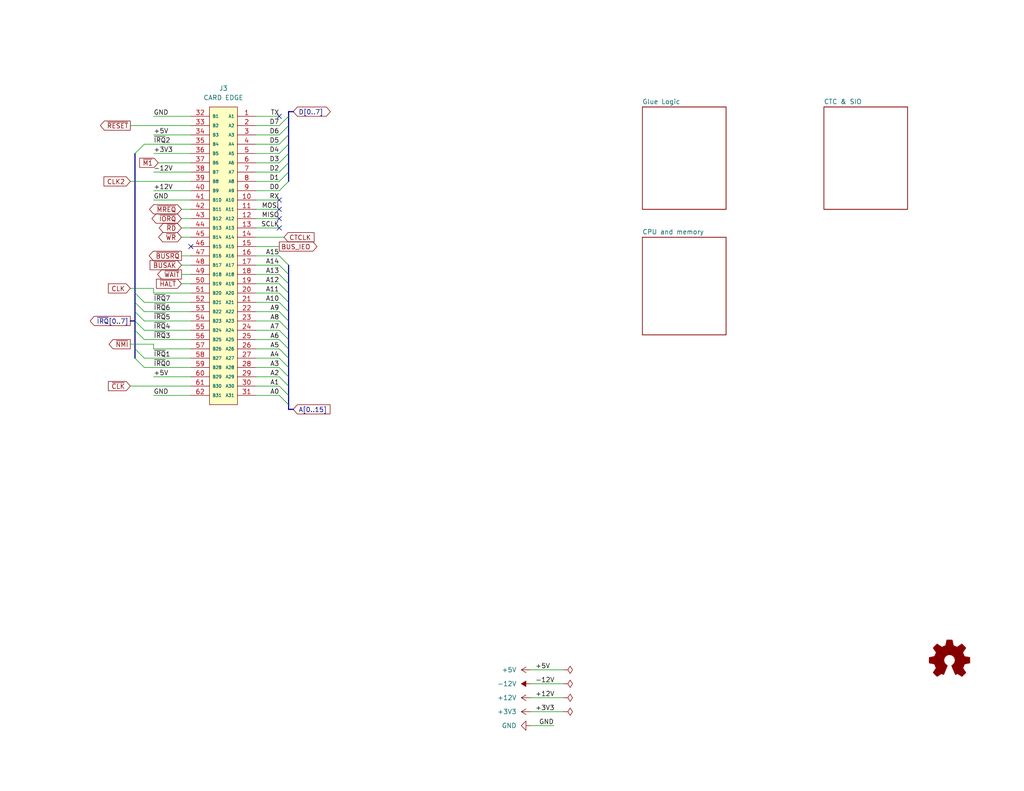
<source format=kicad_sch>
(kicad_sch (version 20230121) (generator eeschema)
  (paper "USLetter")
  (title_block (title "CPU with core components card") (date "2023-09-20") (rev "3") (company "Frédéric Segard, aka Micro Hobbyist") (comment 1 "youtune.com/@microhobbyist") (comment 2 "github.com/fredericsegard") (comment 4 "I want to thank John Winans, Grant Searle and Sergey Kiselev for inspiring me."))
  (lib_symbols
    (symbol "0_Library:ISA_CARD_CONNECTOR_8BIT" (pin_names (offset 0.762))
      (property "Reference" "J" (at 0 3.81 0))
      (property "Value" "ISA" (at 0 1.27 0))
      (symbol "ISA_CARD_CONNECTOR_8BIT_0_0"
        (pin passive line (at 8.89 -2.54 180) (length 5.08) (name "A1") (number "1"))
        (pin passive line (at 8.89 -25.4 180) (length 5.08) (name "A10") (number "10"))
        (pin passive line (at 8.89 -27.94 180) (length 5.08) (name "A11") (number "11"))
        (pin passive line (at 8.89 -30.48 180) (length 5.08) (name "A12") (number "12"))
        (pin passive line (at 8.89 -33.02 180) (length 5.08) (name "A13") (number "13"))
        (pin passive line (at 8.89 -35.56 180) (length 5.08) (name "A14") (number "14"))
        (pin passive line (at 8.89 -38.1 180) (length 5.08) (name "A15") (number "15"))
        (pin passive line (at 8.89 -40.64 180) (length 5.08) (name "A16") (number "16"))
        (pin passive line (at 8.89 -43.18 180) (length 5.08) (name "A17") (number "17"))
        (pin passive line (at 8.89 -45.72 180) (length 5.08) (name "A18") (number "18"))
        (pin passive line (at 8.89 -48.26 180) (length 5.08) (name "A19") (number "19"))
        (pin passive line (at 8.89 -5.08 180) (length 5.08) (name "A2") (number "2"))
        (pin passive line (at 8.89 -50.8 180) (length 5.08) (name "A20") (number "20"))
        (pin passive line (at 8.89 -53.34 180) (length 5.08) (name "A21") (number "21"))
        (pin passive line (at 8.89 -55.88 180) (length 5.08) (name "A22") (number "22"))
        (pin passive line (at 8.89 -58.42 180) (length 5.08) (name "A23") (number "23"))
        (pin passive line (at 8.89 -60.96 180) (length 5.08) (name "A24") (number "24"))
        (pin passive line (at 8.89 -63.5 180) (length 5.08) (name "A25") (number "25"))
        (pin passive line (at 8.89 -66.04 180) (length 5.08) (name "A26") (number "26"))
        (pin passive line (at 8.89 -68.58 180) (length 5.08) (name "A27") (number "27"))
        (pin passive line (at 8.89 -71.12 180) (length 5.08) (name "A28") (number "28"))
        (pin passive line (at 8.89 -73.66 180) (length 5.08) (name "A29") (number "29"))
        (pin passive line (at 8.89 -7.62 180) (length 5.08) (name "A3") (number "3"))
        (pin passive line (at 8.89 -76.2 180) (length 5.08) (name "A30") (number "30"))
        (pin passive line (at 8.89 -78.74 180) (length 5.08) (name "A31") (number "31"))
        (pin passive line (at -8.89 -2.54 0) (length 5.08) (name "B1") (number "32"))
        (pin passive line (at -8.89 -5.08 0) (length 5.08) (name "B2") (number "33"))
        (pin passive line (at -8.89 -7.62 0) (length 5.08) (name "B3") (number "34"))
        (pin passive line (at -8.89 -10.16 0) (length 5.08) (name "B4") (number "35"))
        (pin passive line (at -8.89 -12.7 0) (length 5.08) (name "B5") (number "36"))
        (pin passive line (at -8.89 -15.24 0) (length 5.08) (name "B6") (number "37"))
        (pin passive line (at -8.89 -17.78 0) (length 5.08) (name "B7") (number "38"))
        (pin passive line (at -8.89 -20.32 0) (length 5.08) (name "B8") (number "39"))
        (pin passive line (at 8.89 -10.16 180) (length 5.08) (name "A4") (number "4"))
        (pin passive line (at -8.89 -22.86 0) (length 5.08) (name "B9") (number "40"))
        (pin passive line (at -8.89 -25.4 0) (length 5.08) (name "B10") (number "41"))
        (pin passive line (at -8.89 -27.94 0) (length 5.08) (name "B11") (number "42"))
        (pin passive line (at -8.89 -30.48 0) (length 5.08) (name "B12") (number "43"))
        (pin passive line (at -8.89 -33.02 0) (length 5.08) (name "B13") (number "44"))
        (pin passive line (at -8.89 -35.56 0) (length 5.08) (name "B14") (number "45"))
        (pin passive line (at -8.89 -38.1 0) (length 5.08) (name "B15") (number "46"))
        (pin passive line (at -8.89 -40.64 0) (length 5.08) (name "B16") (number "47"))
        (pin passive line (at -8.89 -43.18 0) (length 5.08) (name "B17") (number "48"))
        (pin passive line (at -8.89 -45.72 0) (length 5.08) (name "B18") (number "49"))
        (pin passive line (at 8.89 -12.7 180) (length 5.08) (name "A5") (number "5"))
        (pin passive line (at -8.89 -48.26 0) (length 5.08) (name "B19") (number "50"))
        (pin passive line (at -8.89 -50.8 0) (length 5.08) (name "B20") (number "51"))
        (pin passive line (at -8.89 -53.34 0) (length 5.08) (name "B21") (number "52"))
        (pin passive line (at -8.89 -55.88 0) (length 5.08) (name "B22") (number "53"))
        (pin passive line (at -8.89 -58.42 0) (length 5.08) (name "B23") (number "54"))
        (pin passive line (at -8.89 -60.96 0) (length 5.08) (name "B24") (number "55"))
        (pin passive line (at -8.89 -63.5 0) (length 5.08) (name "B25") (number "56"))
        (pin passive line (at -8.89 -66.04 0) (length 5.08) (name "B26") (number "57"))
        (pin passive line (at -8.89 -68.58 0) (length 5.08) (name "B27") (number "58"))
        (pin passive line (at -8.89 -71.12 0) (length 5.08) (name "B28") (number "59"))
        (pin passive line (at 8.89 -15.24 180) (length 5.08) (name "A6") (number "6"))
        (pin passive line (at -8.89 -73.66 0) (length 5.08) (name "B29") (number "60"))
        (pin passive line (at -8.89 -76.2 0) (length 5.08) (name "B30") (number "61"))
        (pin passive line (at -8.89 -78.74 0) (length 5.08) (name "B31") (number "62"))
        (pin passive line (at 8.89 -17.78 180) (length 5.08) (name "A7") (number "7"))
        (pin passive line (at 8.89 -20.32 180) (length 5.08) (name "A8") (number "8"))
        (pin passive line (at 8.89 -22.86 180) (length 5.08) (name "A9") (number "9"))
      )
      (symbol "ISA_CARD_CONNECTOR_8BIT_0_1"
        (rectangle (start -3.81 0) (end 3.81 -81.28) (fill (type background)))
      )
    )
    (symbol "Graphic:Logo_Open_Hardware_Small" (in_bom no) (on_board no)
      (symbol "Logo_Open_Hardware_Small_0_1"
        (polyline (pts (xy 3.3528 -4.3434) (xy 3.302 -4.318) (xy 3.175 -4.2418) (xy 2.9972 -4.1148) (xy 2.7686 -3.9624) (xy 2.54 -3.81) (xy 2.3622 -3.7084) (xy 2.2352 -3.6068) (xy 2.1844 -3.5814) (xy 2.159 -3.6068) (xy 2.0574 -3.6576) (xy 1.905 -3.7338) (xy 1.8034 -3.7846) (xy 1.6764 -3.8354) (xy 1.6002 -3.8354) (xy 1.6002 -3.8354) (xy 1.5494 -3.7338) (xy 1.4732 -3.5306) (xy 1.3462 -3.302) (xy 1.2446 -3.0226) (xy 1.1176 -2.7178) (xy 0.9652 -2.413) (xy 0.8636 -2.1082) (xy 0.7366 -1.8288) (xy 0.6604 -1.6256) (xy 0.6096 -1.4732) (xy 0.5842 -1.397) (xy 0.5842 -1.397) (xy 0.6604 -1.3208) (xy 0.7874 -1.2446) (xy 1.0414 -1.016) (xy 1.2954 -0.6858) (xy 1.4478 -0.3302) (xy 1.524 0.0762) (xy 1.4732 0.4572) (xy 1.3208 0.8128) (xy 1.0668 1.143) (xy 0.762 1.3716) (xy 0.4064 1.524) (xy 0 1.5748) (xy -0.381 1.5494) (xy -0.7366 1.397) (xy -1.0668 1.143) (xy -1.2192 0.9906) (xy -1.397 0.6604) (xy -1.524 0.3048) (xy -1.524 0.2286) (xy -1.4986 -0.1778) (xy -1.397 -0.5334) (xy -1.1938 -0.8636) (xy -0.9144 -1.143) (xy -0.8636 -1.1684) (xy -0.7366 -1.27) (xy -0.635 -1.3462) (xy -0.5842 -1.397) (xy -1.0668 -2.5908) (xy -1.143 -2.794) (xy -1.2954 -3.1242) (xy -1.397 -3.4036) (xy -1.4986 -3.6322) (xy -1.5748 -3.7846) (xy -1.6002 -3.8354) (xy -1.6002 -3.8354) (xy -1.651 -3.8354) (xy -1.7272 -3.81) (xy -1.905 -3.7338) (xy -2.0066 -3.683) (xy -2.1336 -3.6068) (xy -2.2098 -3.5814) (xy -2.2606 -3.6068) (xy -2.3622 -3.683) (xy -2.54 -3.81) (xy -2.7686 -3.9624) (xy -2.9718 -4.0894) (xy -3.1496 -4.2164) (xy -3.302 -4.318) (xy -3.3528 -4.3434) (xy -3.3782 -4.3434) (xy -3.429 -4.318) (xy -3.5306 -4.2164) (xy -3.7084 -4.064) (xy -3.937 -3.8354) (xy -3.9624 -3.81) (xy -4.1656 -3.6068) (xy -4.318 -3.4544) (xy -4.4196 -3.3274) (xy -4.445 -3.2766) (xy -4.445 -3.2766) (xy -4.4196 -3.2258) (xy -4.318 -3.0734) (xy -4.2164 -2.8956) (xy -4.064 -2.667) (xy -3.6576 -2.0828) (xy -3.8862 -1.5494) (xy -3.937 -1.3716) (xy -4.0386 -1.1684) (xy -4.0894 -1.0414) (xy -4.1148 -0.9652) (xy -4.191 -0.9398) (xy -4.318 -0.9144) (xy -4.5466 -0.8636) (xy -4.8006 -0.8128) (xy -5.0546 -0.7874) (xy -5.2578 -0.7366) (xy -5.4356 -0.7112) (xy -5.5118 -0.6858) (xy -5.5118 -0.6858) (xy -5.5372 -0.635) (xy -5.5372 -0.5588) (xy -5.5372 -0.4318) (xy -5.5626 -0.2286) (xy -5.5626 0.0762) (xy -5.5626 0.127) (xy -5.5372 0.4064) (xy -5.5372 0.635) (xy -5.5372 0.762) (xy -5.5372 0.8382) (xy -5.5372 0.8382) (xy -5.461 0.8382) (xy -5.3086 0.889) (xy -5.08 0.9144) (xy -4.826 0.9652) (xy -4.8006 0.9906) (xy -4.5466 1.0414) (xy -4.318 1.0668) (xy -4.1656 1.1176) (xy -4.0894 1.143) (xy -4.0894 1.143) (xy -4.0386 1.2446) (xy -3.9624 1.4224) (xy -3.8608 1.6256) (xy -3.7846 1.8288) (xy -3.7084 2.0066) (xy -3.6576 2.159) (xy -3.6322 2.2098) (xy -3.6322 2.2098) (xy -3.683 2.286) (xy -3.7592 2.413) (xy -3.8862 2.5908) (xy -4.064 2.8194) (xy -4.064 2.8448) (xy -4.2164 3.0734) (xy -4.3434 3.2512) (xy -4.4196 3.3782) (xy -4.445 3.4544) (xy -4.445 3.4544) (xy -4.3942 3.5052) (xy -4.2926 3.6322) (xy -4.1148 3.81) (xy -3.937 4.0132) (xy -3.8608 4.064) (xy -3.6576 4.2926) (xy -3.5052 4.4196) (xy -3.4036 4.4958) (xy -3.3528 4.5212) (xy -3.3528 4.5212) (xy -3.302 4.4704) (xy -3.1496 4.3688) (xy -2.9718 4.2418) (xy -2.7432 4.0894) (xy -2.7178 4.0894) (xy -2.4892 3.937) (xy -2.3114 3.81) (xy -2.1844 3.7084) (xy -2.1336 3.683) (xy -2.1082 3.683) (xy -2.032 3.7084) (xy -1.8542 3.7592) (xy -1.6764 3.8354) (xy -1.4732 3.937) (xy -1.27 4.0132) (xy -1.143 4.064) (xy -1.0668 4.1148) (xy -1.0668 4.1148) (xy -1.0414 4.191) (xy -1.016 4.3434) (xy -0.9652 4.572) (xy -0.9144 4.8514) (xy -0.889 4.9022) (xy -0.8382 5.1562) (xy -0.8128 5.3848) (xy -0.7874 5.5372) (xy -0.762 5.588) (xy -0.7112 5.6134) (xy -0.5842 5.6134) (xy -0.4064 5.6134) (xy -0.1524 5.6134) (xy 0.0762 5.6134) (xy 0.3302 5.6134) (xy 0.5334 5.6134) (xy 0.6858 5.588) (xy 0.7366 5.588) (xy 0.7366 5.588) (xy 0.762 5.5118) (xy 0.8128 5.334) (xy 0.8382 5.1054) (xy 0.9144 4.826) (xy 0.9144 4.7752) (xy 0.9652 4.5212) (xy 1.016 4.2926) (xy 1.0414 4.1402) (xy 1.0668 4.0894) (xy 1.0668 4.0894) (xy 1.1938 4.0386) (xy 1.3716 3.9624) (xy 1.5748 3.8608) (xy 2.0828 3.6576) (xy 2.7178 4.0894) (xy 2.7686 4.1402) (xy 2.9972 4.2926) (xy 3.175 4.4196) (xy 3.302 4.4958) (xy 3.3782 4.5212) (xy 3.3782 4.5212) (xy 3.429 4.4704) (xy 3.556 4.3434) (xy 3.7338 4.191) (xy 3.9116 3.9878) (xy 4.064 3.8354) (xy 4.2418 3.6576) (xy 4.3434 3.556) (xy 4.4196 3.4798) (xy 4.4196 3.429) (xy 4.4196 3.4036) (xy 4.3942 3.3274) (xy 4.2926 3.2004) (xy 4.1656 2.9972) (xy 4.0132 2.794) (xy 3.8862 2.5908) (xy 3.7592 2.3876) (xy 3.6576 2.2352) (xy 3.6322 2.159) (xy 3.6322 2.1336) (xy 3.683 2.0066) (xy 3.7592 1.8288) (xy 3.8608 1.6002) (xy 4.064 1.1176) (xy 4.3942 1.0414) (xy 4.5974 1.016) (xy 4.8768 0.9652) (xy 5.1308 0.9144) (xy 5.5372 0.8382) (xy 5.5626 -0.6604) (xy 5.4864 -0.6858) (xy 5.4356 -0.6858) (xy 5.2832 -0.7366) (xy 5.0546 -0.762) (xy 4.8006 -0.8128) (xy 4.5974 -0.8636) (xy 4.3688 -0.9144) (xy 4.2164 -0.9398) (xy 4.1402 -0.9398) (xy 4.1148 -0.9652) (xy 4.064 -1.0668) (xy 3.9878 -1.2446) (xy 3.9116 -1.4478) (xy 3.81 -1.651) (xy 3.7338 -1.8542) (xy 3.683 -2.0066) (xy 3.6576 -2.0828) (xy 3.683 -2.1336) (xy 3.7846 -2.2606) (xy 3.8862 -2.4638) (xy 4.0386 -2.667) (xy 4.191 -2.8956) (xy 4.318 -3.0734) (xy 4.3942 -3.2004) (xy 4.445 -3.2766) (xy 4.4196 -3.3274) (xy 4.3434 -3.429) (xy 4.1656 -3.5814) (xy 3.937 -3.8354) (xy 3.8862 -3.8608) (xy 3.683 -4.064) (xy 3.5306 -4.2164) (xy 3.4036 -4.318) (xy 3.3528 -4.3434)) (fill (type outline)))
      )
    )
    (symbol "power:+12V" (power) (pin_names (offset 0))
      (property "Value" "+12V" (at 0 3.556 0))
      (symbol "+12V_0_1"
        (polyline (pts (xy -0.762 1.27) (xy 0 2.54)))
        (polyline (pts (xy 0 0) (xy 0 2.54)))
        (polyline (pts (xy 0 2.54) (xy 0.762 1.27)))
      )
      (symbol "+12V_1_1"
        (pin power_in line (at 0 0 90) (length 0) hide (name "+12V") (number "1"))
      )
    )
    (symbol "power:+3V3" (power) (pin_names (offset 0))
      (property "Value" "+3V3" (at 0 3.556 0))
      (symbol "+3V3_0_1"
        (polyline (pts (xy -0.762 1.27) (xy 0 2.54)))
        (polyline (pts (xy 0 0) (xy 0 2.54)))
        (polyline (pts (xy 0 2.54) (xy 0.762 1.27)))
      )
      (symbol "+3V3_1_1"
        (pin power_in line (at 0 0 90) (length 0) hide (name "+3V3") (number "1"))
      )
    )
    (symbol "power:+5V" (power) (pin_names (offset 0))
      (property "Value" "+5V" (at 0 3.556 0))
      (symbol "+5V_0_1"
        (polyline (pts (xy -0.762 1.27) (xy 0 2.54)))
        (polyline (pts (xy 0 0) (xy 0 2.54)))
        (polyline (pts (xy 0 2.54) (xy 0.762 1.27)))
      )
      (symbol "+5V_1_1"
        (pin power_in line (at 0 0 90) (length 0) hide (name "+5V") (number "1"))
      )
    )
    (symbol "power:-12V" (power) (pin_names (offset 0))
      (property "Value" "-12V" (at 0 3.81 0))
      (symbol "-12V_0_0"
        (pin power_in line (at 0 0 90) (length 0) hide (name "-12V") (number "1"))
      )
      (symbol "-12V_0_1"
        (polyline (pts (xy 0 0) (xy 0 1.27) (xy 0.762 1.27) (xy 0 2.54) (xy -0.762 1.27) (xy 0 1.27)) (fill (type outline)))
      )
    )
    (symbol "power:GND" (power) (pin_names (offset 0))
      (property "Value" "GND" (at 0 -3.81 0))
      (symbol "GND_0_1"
        (polyline (pts (xy 0 0) (xy 0 -1.27) (xy 1.27 -1.27) (xy 0 -2.54) (xy -1.27 -1.27) (xy 0 -1.27)))
      )
      (symbol "GND_1_1"
        (pin power_in line (at 0 0 270) (length 0) hide (name "GND") (number "1"))
      )
    )
    (symbol "power:PWR_FLAG" (power) (pin_numbers hide) (pin_names (offset 0) hide)
      (property "Value" "PWR_FLAG" (at 0 3.81 0))
      (symbol "PWR_FLAG_0_0"
        (pin power_out line (at 0 0 90) (length 0) (name "pwr") (number "1"))
      )
      (symbol "PWR_FLAG_0_1"
        (polyline (pts (xy 0 0) (xy 0 1.27) (xy -1.016 1.905) (xy 0 2.54) (xy 1.016 1.905) (xy 0 1.27)))
      )
    )
  )
  (no_connect (at 76.2 62.23))
  (no_connect (at 76.2 31.75))
  (no_connect (at 76.2 57.15))
  (no_connect (at 52.07 67.31))
  (no_connect (at 76.2 54.61))
  (no_connect (at 76.2 59.69))
  (bus_entry (at 76.2 95.25) (size 2.54 2.54))
  (bus_entry (at 39.37 82.55) (size -2.54 -2.54))
  (bus_entry (at 39.37 90.17) (size -2.54 -2.54))
  (bus_entry (at 39.37 85.09) (size -2.54 -2.54))
  (bus_entry (at 76.2 46.99) (size 2.54 -2.54))
  (bus_entry (at 76.2 41.91) (size 2.54 -2.54))
  (bus_entry (at 76.2 105.41) (size 2.54 2.54))
  (bus_entry (at 76.2 72.39) (size 2.54 2.54))
  (bus_entry (at 76.2 92.71) (size 2.54 2.54))
  (bus_entry (at 76.2 36.83) (size 2.54 -2.54))
  (bus_entry (at 39.37 87.63) (size -2.54 -2.54))
  (bus_entry (at 76.2 52.07) (size 2.54 -2.54))
  (bus_entry (at 76.2 49.53) (size 2.54 -2.54))
  (bus_entry (at 76.2 87.63) (size 2.54 2.54))
  (bus_entry (at 76.2 107.95) (size 2.54 2.54))
  (bus_entry (at 76.2 97.79) (size 2.54 2.54))
  (bus_entry (at 76.2 85.09) (size 2.54 2.54))
  (bus_entry (at 76.2 82.55) (size 2.54 2.54))
  (bus_entry (at 76.2 80.01) (size 2.54 2.54))
  (bus_entry (at 36.83 41.91) (size 2.54 -2.54))
  (bus_entry (at 76.2 90.17) (size 2.54 2.54))
  (bus_entry (at 76.2 44.45) (size 2.54 -2.54))
  (bus_entry (at 76.2 102.87) (size 2.54 2.54))
  (bus_entry (at 36.83 97.79) (size 2.54 2.54))
  (bus_entry (at 76.2 100.33) (size 2.54 2.54))
  (bus_entry (at 39.37 92.71) (size -2.54 -2.54))
  (bus_entry (at 76.2 77.47) (size 2.54 2.54))
  (bus_entry (at 76.2 39.37) (size 2.54 -2.54))
  (bus_entry (at 36.83 95.25) (size 2.54 2.54))
  (bus_entry (at 76.2 34.29) (size 2.54 -2.54))
  (bus_entry (at 76.2 69.85) (size 2.54 2.54))
  (bus_entry (at 76.2 74.93) (size 2.54 2.54))
  (bus (pts (xy 78.74 95.25) (xy 78.74 97.79)))
  (wire (pts (xy 39.37 92.71) (xy 52.07 92.71)))
  (wire (pts (xy 43.18 44.45) (xy 52.07 44.45)))
  (wire (pts (xy 41.91 31.75) (xy 52.07 31.75)))
  (wire (pts (xy 144.78 186.69) (xy 153.67 186.69)))
  (wire (pts (xy 35.56 93.98) (xy 41.91 93.98)))
  (wire (pts (xy 39.37 97.79) (xy 52.07 97.79)))
  (wire (pts (xy 49.53 72.39) (xy 52.07 72.39)))
  (wire (pts (xy 41.91 107.95) (xy 52.07 107.95)))
  (wire (pts (xy 144.78 194.31) (xy 153.67 194.31)))
  (wire (pts (xy 41.91 52.07) (xy 52.07 52.07)))
  (bus (pts (xy 78.74 39.37) (xy 78.74 36.83)))
  (wire (pts (xy 41.91 102.87) (xy 52.07 102.87)))
  (wire (pts (xy 69.85 92.71) (xy 76.2 92.71)))
  (wire (pts (xy 69.85 69.85) (xy 76.2 69.85)))
  (wire (pts (xy 69.85 54.61) (xy 76.2 54.61)))
  (bus (pts (xy 78.74 107.95) (xy 78.74 110.49)))
  (wire (pts (xy 41.91 54.61) (xy 52.07 54.61)))
  (bus (pts (xy 78.74 100.33) (xy 78.74 102.87)))
  (bus (pts (xy 36.83 90.17) (xy 36.83 95.25)))
  (wire (pts (xy 69.85 59.69) (xy 76.2 59.69)))
  (wire (pts (xy 69.85 97.79) (xy 76.2 97.79)))
  (wire (pts (xy 76.2 80.01) (xy 69.85 80.01)))
  (wire (pts (xy 69.85 36.83) (xy 76.2 36.83)))
  (wire (pts (xy 39.37 85.09) (xy 52.07 85.09)))
  (wire (pts (xy 39.37 82.55) (xy 52.07 82.55)))
  (bus (pts (xy 36.83 95.25) (xy 36.83 97.79)))
  (wire (pts (xy 41.91 41.91) (xy 52.07 41.91)))
  (bus (pts (xy 78.74 49.53) (xy 78.74 46.99)))
  (wire (pts (xy 49.53 59.69) (xy 52.07 59.69)))
  (wire (pts (xy 69.85 34.29) (xy 76.2 34.29)))
  (wire (pts (xy 69.85 72.39) (xy 76.2 72.39)))
  (wire (pts (xy 69.85 46.99) (xy 76.2 46.99)))
  (wire (pts (xy 69.85 85.09) (xy 76.2 85.09)))
  (wire (pts (xy 49.53 69.85) (xy 52.07 69.85)))
  (wire (pts (xy 39.37 87.63) (xy 52.07 87.63)))
  (bus (pts (xy 78.74 77.47) (xy 78.74 80.01)))
  (wire (pts (xy 41.91 95.25) (xy 52.07 95.25)))
  (wire (pts (xy 144.78 198.12) (xy 151.13 198.12)))
  (wire (pts (xy 35.56 78.74) (xy 41.91 78.74)))
  (wire (pts (xy 76.2 77.47) (xy 69.85 77.47)))
  (bus (pts (xy 78.74 110.49) (xy 78.74 111.76)))
  (wire (pts (xy 41.91 80.01) (xy 41.91 78.74)))
  (bus (pts (xy 78.74 31.75) (xy 78.74 30.48)))
  (bus (pts (xy 36.83 41.91) (xy 36.83 80.01)))
  (wire (pts (xy 69.85 39.37) (xy 76.2 39.37)))
  (wire (pts (xy 69.85 82.55) (xy 76.2 82.55)))
  (wire (pts (xy 41.91 93.98) (xy 41.91 95.25)))
  (bus (pts (xy 78.74 46.99) (xy 78.74 44.45)))
  (wire (pts (xy 41.91 36.83) (xy 52.07 36.83)))
  (wire (pts (xy 69.85 90.17) (xy 76.2 90.17)))
  (bus (pts (xy 78.74 105.41) (xy 78.74 107.95)))
  (wire (pts (xy 69.85 100.33) (xy 76.2 100.33)))
  (bus (pts (xy 78.74 74.93) (xy 78.74 77.47)))
  (wire (pts (xy 144.78 190.5) (xy 153.67 190.5)))
  (wire (pts (xy 39.37 90.17) (xy 52.07 90.17)))
  (wire (pts (xy 49.53 64.77) (xy 52.07 64.77)))
  (wire (pts (xy 69.85 87.63) (xy 76.2 87.63)))
  (wire (pts (xy 69.85 41.91) (xy 76.2 41.91)))
  (wire (pts (xy 76.2 74.93) (xy 69.85 74.93)))
  (wire (pts (xy 77.47 64.77) (xy 69.85 64.77)))
  (wire (pts (xy 39.37 100.33) (xy 52.07 100.33)))
  (bus (pts (xy 36.83 80.01) (xy 36.83 82.55)))
  (wire (pts (xy 69.85 102.87) (xy 76.2 102.87)))
  (wire (pts (xy 35.56 34.29) (xy 52.07 34.29)))
  (bus (pts (xy 78.74 72.39) (xy 78.74 74.93)))
  (bus (pts (xy 78.74 44.45) (xy 78.74 41.91)))
  (bus (pts (xy 78.74 41.91) (xy 78.74 39.37)))
  (bus (pts (xy 78.74 85.09) (xy 78.74 87.63)))
  (wire (pts (xy 69.85 31.75) (xy 76.2 31.75)))
  (wire (pts (xy 69.85 44.45) (xy 76.2 44.45)))
  (bus (pts (xy 78.74 80.01) (xy 78.74 82.55)))
  (wire (pts (xy 69.85 95.25) (xy 76.2 95.25)))
  (wire (pts (xy 39.37 39.37) (xy 52.07 39.37)))
  (bus (pts (xy 78.74 82.55) (xy 78.74 85.09)))
  (bus (pts (xy 78.74 87.63) (xy 78.74 90.17)))
  (bus (pts (xy 78.74 92.71) (xy 78.74 95.25)))
  (wire (pts (xy 69.85 67.31) (xy 76.2 67.31)))
  (wire (pts (xy 69.85 107.95) (xy 76.2 107.95)))
  (wire (pts (xy 144.78 182.88) (xy 153.67 182.88)))
  (wire (pts (xy 49.53 77.47) (xy 52.07 77.47)))
  (wire (pts (xy 49.53 74.93) (xy 52.07 74.93)))
  (wire (pts (xy 41.91 46.99) (xy 52.07 46.99)))
  (bus (pts (xy 78.74 30.48) (xy 80.01 30.48)))
  (bus (pts (xy 35.56 87.63) (xy 36.83 87.63)))
  (wire (pts (xy 35.56 105.41) (xy 52.07 105.41)))
  (wire (pts (xy 35.56 49.53) (xy 52.07 49.53)))
  (bus (pts (xy 78.74 34.29) (xy 78.74 31.75)))
  (wire (pts (xy 52.07 80.01) (xy 41.91 80.01)))
  (wire (pts (xy 49.53 57.15) (xy 52.07 57.15)))
  (wire (pts (xy 69.85 57.15) (xy 76.2 57.15)))
  (bus (pts (xy 78.74 102.87) (xy 78.74 105.41)))
  (bus (pts (xy 78.74 90.17) (xy 78.74 92.71)))
  (wire (pts (xy 69.85 62.23) (xy 76.2 62.23)))
  (wire (pts (xy 69.85 105.41) (xy 76.2 105.41)))
  (bus (pts (xy 78.74 97.79) (xy 78.74 100.33)))
  (bus (pts (xy 36.83 85.09) (xy 36.83 87.63)))
  (wire (pts (xy 69.85 49.53) (xy 76.2 49.53)))
  (bus (pts (xy 78.74 36.83) (xy 78.74 34.29)))
  (bus (pts (xy 36.83 87.63) (xy 36.83 90.17)))
  (bus (pts (xy 78.74 111.76) (xy 80.01 111.76)))
  (bus (pts (xy 36.83 82.55) (xy 36.83 85.09)))
  (wire (pts (xy 69.85 52.07) (xy 76.2 52.07)))
  (wire (pts (xy 49.53 62.23) (xy 52.07 62.23)))
  (label "D4" (at 76.2 41.91 180))
  (label "D2" (at 76.2 46.99 180))
  (label "MOSI" (at 76.2 57.15 180))
  (label "GND" (at 41.91 107.95 0))
  (label "-12V" (at 41.91 46.99 0))
  (label "D3" (at 76.2 44.45 180))
  (label "D7" (at 76.2 34.29 180))
  (label "RX" (at 76.2 54.61 180))
  (label "~{IRQ}0" (at 41.91 100.33 0))
  (label "GND" (at 151.13 198.12 180))
  (label "GND" (at 41.91 54.61 0))
  (label "A2" (at 76.2 102.87 180))
  (label "A12" (at 76.2 77.47 180))
  (label "MISO" (at 76.2 59.69 180))
  (label "D5" (at 76.2 39.37 180))
  (label "GND" (at 41.91 31.75 0))
  (label "~{IRQ}5" (at 41.91 87.63 0))
  (label "A13" (at 76.2 74.93 180))
  (label "D1" (at 76.2 49.53 180))
  (label "~{IRQ}3" (at 41.91 92.71 0))
  (label "~{IRQ}2" (at 41.91 39.37 0))
  (label "TX" (at 76.2 31.75 180))
  (label "~{IRQ}6" (at 41.91 85.09 0))
  (label "A8" (at 76.2 87.63 180))
  (label "+3V3" (at 41.91 41.91 0))
  (label "A6" (at 76.2 92.71 180))
  (label "A5" (at 76.2 95.25 180))
  (label "A3" (at 76.2 100.33 180))
  (label "+5V" (at 41.91 36.83 0))
  (label "D6" (at 76.2 36.83 180))
  (label "+3V3" (at 146.05 194.31 0))
  (label "A14" (at 76.2 72.39 180))
  (label "SCLK" (at 76.2 62.23 180))
  (label "-12V" (at 146.05 186.69 0))
  (label "A10" (at 76.2 82.55 180))
  (label "+12V" (at 146.05 190.5 0))
  (label "+5V" (at 41.91 102.87 0))
  (label "A11" (at 76.2 80.01 180))
  (label "A7" (at 76.2 90.17 180))
  (label "A15" (at 76.2 69.85 180))
  (label "+5V" (at 146.05 182.88 0))
  (label "A0" (at 76.2 107.95 180))
  (label "+12V" (at 41.91 52.07 0))
  (label "A9" (at 76.2 85.09 180))
  (label "D0" (at 76.2 52.07 180))
  (label "~{IRQ}7" (at 41.91 82.55 0))
  (label "A4" (at 76.2 97.79 180))
  (label "~{IRQ}1" (at 41.91 97.79 0))
  (label "A1" (at 76.2 105.41 180))
  (label "~{IRQ}4" (at 41.91 90.17 0))
  (global_label "~{IRQ}[0..7]" (shape output) (at 35.56 87.63 180) (property "Intersheetrefs" "${INTERSHEET_REFS}" (effects hide)))
  (global_label "CLK" (shape input) (at 35.56 78.74 180) (property "Intersheetrefs" "${INTERSHEET_REFS}" (effects hide)))
  (global_label "CLK2" (shape input) (at 35.56 49.53 180) (property "Intersheetrefs" "${INTERSHEET_REFS}" (effects hide)))
  (global_label "~{M1}" (shape input) (at 43.18 44.45 180) (property "Intersheetrefs" "${INTERSHEET_REFS}" (effects hide)))
  (global_label "A[0..15]" (shape input) (at 80.01 111.76 0) (property "Intersheetrefs" "${INTERSHEET_REFS}" (effects hide)))
  (global_label "BUS_IEO" (shape output) (at 76.2 67.31 0) (property "Intersheetrefs" "${INTERSHEET_REFS}" (effects hide)))
  (global_label "~{WAIT}" (shape output) (at 49.53 74.93 180) (property "Intersheetrefs" "${INTERSHEET_REFS}" (effects hide)))
  (global_label "~{HALT}" (shape input) (at 49.53 77.47 180) (property "Intersheetrefs" "${INTERSHEET_REFS}" (effects hide)))
  (global_label "~{RD}" (shape tri_state) (at 49.53 62.23 180) (property "Intersheetrefs" "${INTERSHEET_REFS}" (effects hide)))
  (global_label "~{IORQ}" (shape tri_state) (at 49.53 59.69 180) (property "Intersheetrefs" "${INTERSHEET_REFS}" (effects hide)))
  (global_label "~{BUSRQ}" (shape output) (at 49.53 69.85 180) (property "Intersheetrefs" "${INTERSHEET_REFS}" (effects hide)))
  (global_label "~{CLK}" (shape input) (at 35.56 105.41 180) (property "Intersheetrefs" "${INTERSHEET_REFS}" (effects hide)))
  (global_label "~{WR}" (shape tri_state) (at 49.53 64.77 180) (property "Intersheetrefs" "${INTERSHEET_REFS}" (effects hide)))
  (global_label "~{BUSAK}" (shape input) (at 49.53 72.39 180) (property "Intersheetrefs" "${INTERSHEET_REFS}" (effects hide)))
  (global_label "CTCLK" (shape input) (at 77.47 64.77 0) (property "Intersheetrefs" "${INTERSHEET_REFS}" (effects hide)))
  (global_label "D[0..7]" (shape tri_state) (at 80.01 30.48 0) (property "Intersheetrefs" "${INTERSHEET_REFS}" (effects hide)))
  (global_label "~{NMI}" (shape output) (at 35.56 93.98 180) (property "Intersheetrefs" "${INTERSHEET_REFS}" (effects hide)))
  (global_label "~{RESET}" (shape output) (at 35.56 34.29 180) (property "Intersheetrefs" "${INTERSHEET_REFS}" (effects hide)))
  (global_label "~{MREQ}" (shape tri_state) (at 49.53 57.15 180) (property "Intersheetrefs" "${INTERSHEET_REFS}" (effects hide)))
  (symbol (lib_id "power:GND") (at 144.78 198.12 270) (unit 1)
    (property "Reference" "#PWR059" (effects hide))
    (property "Value" "GND" (at 140.97 198.12 90) (effects (justify right)))
  )
  (symbol (lib_id "power:PWR_FLAG") (at 153.67 182.88 270) (unit 1)
    (property "Reference" "#FLG01" (effects hide))
    (property "Value" "PWR_FLAG" (effects hide))
  )
  (symbol (lib_id "power:+3V3") (at 144.78 194.31 90) (unit 1)
    (property "Reference" "#PWR023" (effects hide))
    (property "Value" "+3V3" (at 140.97 194.31 90) (effects (justify left)))
  )
  (symbol (lib_id "power:-12V") (at 144.78 186.69 90) (unit 1)
    (property "Reference" "#PWR021" (effects hide))
    (property "Value" "-12V" (at 140.97 186.69 90) (effects (justify left)))
  )
  (symbol (lib_id "Graphic:Logo_Open_Hardware_Small") (at 259.08 180.34 0) (unit 1) (in_bom no)
    (property "Reference" "#LOGO1" (effects hide))
    (property "Value" "Logo_Open_Hardware_Small" (effects hide))
    (property "Footprint" "Symbol:OSHW-Logo2_9.8x8mm_SilkScreen" (effects hide))
    (property "Sim.Enable" "0" (effects hide))
  )
  (symbol (lib_id "power:PWR_FLAG") (at 153.67 194.31 270) (unit 1)
    (property "Reference" "#FLG04" (effects hide))
    (property "Value" "PWR_FLAG" (effects hide))
  )
  (symbol (lib_id "power:PWR_FLAG") (at 153.67 190.5 270) (unit 1)
    (property "Reference" "#FLG03" (effects hide))
    (property "Value" "PWR_FLAG" (effects hide))
  )
  (symbol (lib_id "power:+12V") (at 144.78 190.5 90) (unit 1)
    (property "Reference" "#PWR022" (effects hide))
    (property "Value" "+12V" (at 140.97 190.5 90) (effects (justify left)))
  )
  (symbol (lib_id "power:+5V") (at 144.78 182.88 90) (unit 1)
    (property "Reference" "#PWR020" (effects hide))
    (property "Value" "+5V" (at 140.97 182.88 90) (effects (justify left)))
  )
  (symbol (lib_id "power:PWR_FLAG") (at 153.67 186.69 270) (unit 1)
    (property "Reference" "#FLG02" (effects hide))
    (property "Value" "PWR_FLAG" (effects hide))
  )
  (symbol (lib_id "0_Library:ISA_CARD_CONNECTOR_8BIT") (at 60.96 29.21 0) (unit 1)
    (property "Reference" "J3" (at 60.96 24.13 0))
    (property "Value" "CARD EDGE" (at 60.96 26.67 0))
    (property "Footprint" "0_Library:BUS_XT v2" (effects hide))
    (property "Datasheet" "https://www.te.com/commerce/DocumentDelivery/DDEController?Action=showdoc&DocId=Customer+Drawing%7F5530843%7FF8%7Fpdf%7FEnglish%7FENG_CD_5530843_F8.pdf%7F6-5530843-5" (effects hide))
    (property "Description" "Standard Card Edge Connectors 100 VRT 062DP" (effects hide))
    (property "Height" "15.494" (effects hide))
    (property "Mouser Part Number" "571-6-5530843-5" (effects hide))
    (property "Mouser Price/Stock" "https://www.mouser.co.uk/ProductDetail/TE-Connectivity/6-5530843-5?qs=X1mjqRbeMc4evMKvgkFEjA%3D%3D" (effects hide))
    (property "Manufacturer_Name" "TE Connectivity" (effects hide))
    (property "Manufacturer_Part_Number" "6-5530843-5" (effects hide))
  )
  (sheet (at 175.26 29.21) (size 22.86 27.94) (stroke (width 0.1524))
    (property "Sheetname" "Glue Logic" (at 175.26 28.4984 0) (effects (justify left bottom)))
    (property "Sheetfile" "GlueLogic.kicad_sch" (effects hide))
  )
  (sheet (at 224.79 29.21) (size 22.86 27.94) (stroke (width 0.1524))
    (property "Sheetname" "CTC & SIO" (at 224.79 28.4984 0) (effects (justify left bottom)))
    (property "Sheetfile" "CTCandSIO.kicad_sch" (effects hide))
  )
  (sheet (at 175.26 64.77) (size 22.86 26.67) (stroke (width 0.1524))
    (property "Sheetname" "CPU and memory" (at 175.26 64.0584 0) (effects (justify left bottom)))
    (property "Sheetfile" "CPUandMemory.kicad_sch" (effects hide))
  )
)
</source>
